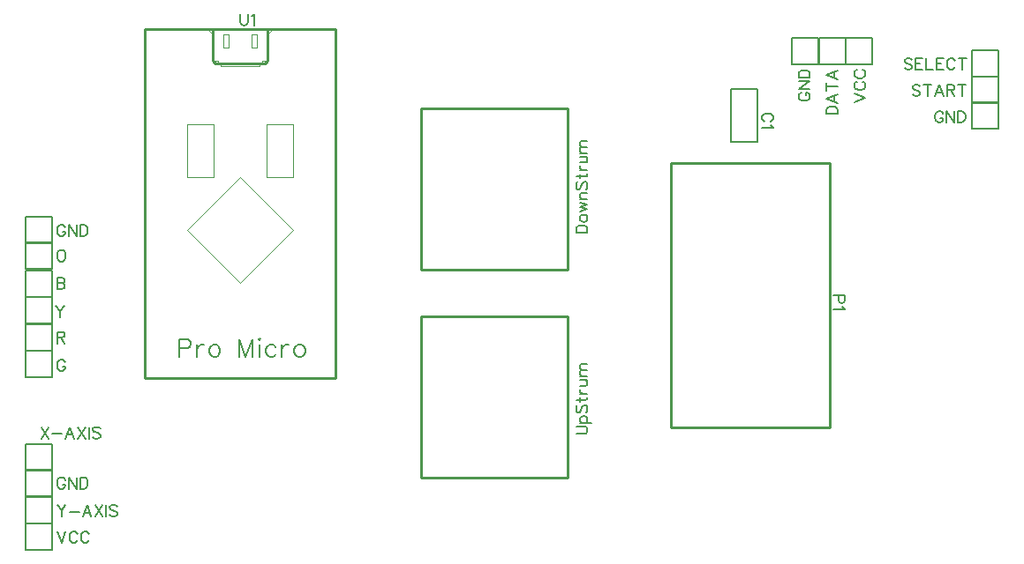
<source format=gto>
G04 Layer: TopSilkscreenLayer*
G04 EasyEDA v6.5.34, 2023-08-17 23:02:58*
G04 5a32774511aa48568c4b3b3a5df32718,8ef1d5b344d144c2b0b16805c6f0e890,10*
G04 Gerber Generator version 0.2*
G04 Scale: 100 percent, Rotated: No, Reflected: No *
G04 Dimensions in millimeters *
G04 leading zeros omitted , absolute positions ,4 integer and 5 decimal *
%FSLAX45Y45*%
%MOMM*%

%ADD10C,0.1520*%
%ADD11C,0.1524*%
%ADD12C,0.2032*%
%ADD13C,0.2007*%
%ADD14C,0.2030*%
%ADD15C,0.2540*%
%ADD16C,0.2540*%
%ADD17C,0.1016*%
%ADD18C,0.0109*%

%LPD*%
D10*
X5383784Y3175000D02*
G01*
X5492750Y3175000D01*
X5383784Y3175000D02*
G01*
X5383784Y3211321D01*
X5388863Y3227070D01*
X5399277Y3237229D01*
X5409691Y3242563D01*
X5425440Y3247644D01*
X5451347Y3247644D01*
X5466841Y3242563D01*
X5477256Y3237229D01*
X5487670Y3227070D01*
X5492750Y3211321D01*
X5492750Y3175000D01*
X5420106Y3308095D02*
G01*
X5425440Y3297681D01*
X5435600Y3287268D01*
X5451347Y3281934D01*
X5461761Y3281934D01*
X5477256Y3287268D01*
X5487670Y3297681D01*
X5492750Y3308095D01*
X5492750Y3323589D01*
X5487670Y3334004D01*
X5477256Y3344418D01*
X5461761Y3349497D01*
X5451347Y3349497D01*
X5435600Y3344418D01*
X5425440Y3334004D01*
X5420106Y3323589D01*
X5420106Y3308095D01*
X5420106Y3383787D02*
G01*
X5492750Y3404615D01*
X5420106Y3425444D02*
G01*
X5492750Y3404615D01*
X5420106Y3425444D02*
G01*
X5492750Y3446271D01*
X5420106Y3467100D02*
G01*
X5492750Y3446271D01*
X5420106Y3501389D02*
G01*
X5492750Y3501389D01*
X5440934Y3501389D02*
G01*
X5425440Y3516884D01*
X5420106Y3527297D01*
X5420106Y3542792D01*
X5425440Y3553205D01*
X5440934Y3558539D01*
X5492750Y3558539D01*
X5399277Y3665473D02*
G01*
X5388863Y3655060D01*
X5383784Y3639565D01*
X5383784Y3618737D01*
X5388863Y3602989D01*
X5399277Y3592829D01*
X5409691Y3592829D01*
X5420106Y3597910D01*
X5425440Y3602989D01*
X5430520Y3613404D01*
X5440934Y3644645D01*
X5446013Y3655060D01*
X5451347Y3660139D01*
X5461761Y3665473D01*
X5477256Y3665473D01*
X5487670Y3655060D01*
X5492750Y3639565D01*
X5492750Y3618737D01*
X5487670Y3602989D01*
X5477256Y3592829D01*
X5383784Y3715257D02*
G01*
X5472175Y3715257D01*
X5487670Y3720592D01*
X5492750Y3731005D01*
X5492750Y3741420D01*
X5420106Y3699763D02*
G01*
X5420106Y3736086D01*
X5420106Y3775710D02*
G01*
X5492750Y3775710D01*
X5451347Y3775710D02*
G01*
X5435600Y3780789D01*
X5425440Y3791204D01*
X5420106Y3801618D01*
X5420106Y3817112D01*
X5420106Y3851402D02*
G01*
X5472175Y3851402D01*
X5487670Y3856736D01*
X5492750Y3867150D01*
X5492750Y3882644D01*
X5487670Y3893057D01*
X5472175Y3908552D01*
X5420106Y3908552D02*
G01*
X5492750Y3908552D01*
X5420106Y3942842D02*
G01*
X5492750Y3942842D01*
X5440934Y3942842D02*
G01*
X5425440Y3958589D01*
X5420106Y3968750D01*
X5420106Y3984497D01*
X5425440Y3994912D01*
X5440934Y3999992D01*
X5492750Y3999992D01*
X5440934Y3999992D02*
G01*
X5425440Y4015739D01*
X5420106Y4025900D01*
X5420106Y4041647D01*
X5425440Y4052062D01*
X5440934Y4057142D01*
X5492750Y4057142D01*
X5383784Y1244600D02*
G01*
X5461761Y1244600D01*
X5477256Y1249679D01*
X5487670Y1260094D01*
X5492750Y1275842D01*
X5492750Y1286255D01*
X5487670Y1301750D01*
X5477256Y1312163D01*
X5461761Y1317244D01*
X5383784Y1317244D01*
X5420106Y1351534D02*
G01*
X5529325Y1351534D01*
X5435600Y1351534D02*
G01*
X5425440Y1361947D01*
X5420106Y1372362D01*
X5420106Y1388110D01*
X5425440Y1398270D01*
X5435600Y1408684D01*
X5451347Y1414018D01*
X5461761Y1414018D01*
X5477256Y1408684D01*
X5487670Y1398270D01*
X5492750Y1388110D01*
X5492750Y1372362D01*
X5487670Y1361947D01*
X5477256Y1351534D01*
X5399277Y1520952D02*
G01*
X5388863Y1510537D01*
X5383784Y1495044D01*
X5383784Y1474215D01*
X5388863Y1458721D01*
X5399277Y1448307D01*
X5409691Y1448307D01*
X5420106Y1453387D01*
X5425440Y1458721D01*
X5430520Y1469136D01*
X5440934Y1500123D01*
X5446013Y1510537D01*
X5451347Y1515871D01*
X5461761Y1520952D01*
X5477256Y1520952D01*
X5487670Y1510537D01*
X5492750Y1495044D01*
X5492750Y1474215D01*
X5487670Y1458721D01*
X5477256Y1448307D01*
X5383784Y1570989D02*
G01*
X5472175Y1570989D01*
X5487670Y1576070D01*
X5492750Y1586484D01*
X5492750Y1596897D01*
X5420106Y1555242D02*
G01*
X5420106Y1591563D01*
X5420106Y1631187D02*
G01*
X5492750Y1631187D01*
X5451347Y1631187D02*
G01*
X5435600Y1636268D01*
X5425440Y1646681D01*
X5420106Y1657095D01*
X5420106Y1672589D01*
X5420106Y1706879D02*
G01*
X5472175Y1706879D01*
X5487670Y1712213D01*
X5492750Y1722628D01*
X5492750Y1738121D01*
X5487670Y1748536D01*
X5472175Y1764029D01*
X5420106Y1764029D02*
G01*
X5492750Y1764029D01*
X5420106Y1798320D02*
G01*
X5492750Y1798320D01*
X5440934Y1798320D02*
G01*
X5425440Y1814068D01*
X5420106Y1824481D01*
X5420106Y1839976D01*
X5425440Y1850389D01*
X5440934Y1855470D01*
X5492750Y1855470D01*
X5440934Y1855470D02*
G01*
X5425440Y1871218D01*
X5420106Y1881631D01*
X5420106Y1897126D01*
X5425440Y1907539D01*
X5440934Y1912620D01*
X5492750Y1912620D01*
X7543291Y4522978D02*
G01*
X7532877Y4517644D01*
X7522463Y4507229D01*
X7517384Y4497070D01*
X7517384Y4476242D01*
X7522463Y4465828D01*
X7532877Y4455413D01*
X7543291Y4450079D01*
X7559040Y4445000D01*
X7584947Y4445000D01*
X7600441Y4450079D01*
X7610856Y4455413D01*
X7621270Y4465828D01*
X7626350Y4476242D01*
X7626350Y4497070D01*
X7621270Y4507229D01*
X7610856Y4517644D01*
X7600441Y4522978D01*
X7584947Y4522978D01*
X7584947Y4497070D02*
G01*
X7584947Y4522978D01*
X7517384Y4557268D02*
G01*
X7626350Y4557268D01*
X7517384Y4557268D02*
G01*
X7626350Y4629912D01*
X7517384Y4629912D02*
G01*
X7626350Y4629912D01*
X7517384Y4664202D02*
G01*
X7626350Y4664202D01*
X7517384Y4664202D02*
G01*
X7517384Y4700523D01*
X7522463Y4716271D01*
X7532877Y4726686D01*
X7543291Y4731765D01*
X7559040Y4737100D01*
X7584947Y4737100D01*
X7600441Y4731765D01*
X7610856Y4726686D01*
X7621270Y4716271D01*
X7626350Y4700523D01*
X7626350Y4664202D01*
X7784084Y4318000D02*
G01*
X7893050Y4318000D01*
X7784084Y4318000D02*
G01*
X7784084Y4354321D01*
X7789163Y4370070D01*
X7799577Y4380229D01*
X7809991Y4385563D01*
X7825740Y4390644D01*
X7851647Y4390644D01*
X7867141Y4385563D01*
X7877556Y4380229D01*
X7887970Y4370070D01*
X7893050Y4354321D01*
X7893050Y4318000D01*
X7784084Y4466589D02*
G01*
X7893050Y4424934D01*
X7784084Y4466589D02*
G01*
X7893050Y4508245D01*
X7856727Y4440681D02*
G01*
X7856727Y4492497D01*
X7784084Y4578857D02*
G01*
X7893050Y4578857D01*
X7784084Y4542536D02*
G01*
X7784084Y4615179D01*
X7784084Y4691126D02*
G01*
X7893050Y4649470D01*
X7784084Y4691126D02*
G01*
X7893050Y4732528D01*
X7856727Y4664963D02*
G01*
X7856727Y4717034D01*
X8607043Y4836921D02*
G01*
X8596629Y4847336D01*
X8581136Y4852415D01*
X8560308Y4852415D01*
X8544813Y4847336D01*
X8534400Y4836921D01*
X8534400Y4826507D01*
X8539479Y4816094D01*
X8544813Y4810760D01*
X8555227Y4805679D01*
X8586470Y4795265D01*
X8596629Y4790186D01*
X8601963Y4784852D01*
X8607043Y4774437D01*
X8607043Y4758944D01*
X8596629Y4748529D01*
X8581136Y4743450D01*
X8560308Y4743450D01*
X8544813Y4748529D01*
X8534400Y4758944D01*
X8641334Y4852415D02*
G01*
X8641334Y4743450D01*
X8641334Y4852415D02*
G01*
X8708897Y4852415D01*
X8641334Y4800600D02*
G01*
X8682990Y4800600D01*
X8641334Y4743450D02*
G01*
X8708897Y4743450D01*
X8743188Y4852415D02*
G01*
X8743188Y4743450D01*
X8743188Y4743450D02*
G01*
X8805672Y4743450D01*
X8839961Y4852415D02*
G01*
X8839961Y4743450D01*
X8839961Y4852415D02*
G01*
X8907525Y4852415D01*
X8839961Y4800600D02*
G01*
X8881363Y4800600D01*
X8839961Y4743450D02*
G01*
X8907525Y4743450D01*
X9019540Y4826507D02*
G01*
X9014459Y4836921D01*
X9004045Y4847336D01*
X8993631Y4852415D01*
X8972804Y4852415D01*
X8962390Y4847336D01*
X8952229Y4836921D01*
X8946895Y4826507D01*
X8941815Y4810760D01*
X8941815Y4784852D01*
X8946895Y4769357D01*
X8952229Y4758944D01*
X8962390Y4748529D01*
X8972804Y4743450D01*
X8993631Y4743450D01*
X9004045Y4748529D01*
X9014459Y4758944D01*
X9019540Y4769357D01*
X9090406Y4852415D02*
G01*
X9090406Y4743450D01*
X9053829Y4852415D02*
G01*
X9126727Y4852415D01*
X8683243Y4582921D02*
G01*
X8672829Y4593336D01*
X8657336Y4598415D01*
X8636508Y4598415D01*
X8621013Y4593336D01*
X8610600Y4582921D01*
X8610600Y4572507D01*
X8615679Y4562094D01*
X8621013Y4556760D01*
X8631427Y4551679D01*
X8662670Y4541265D01*
X8672829Y4536186D01*
X8678163Y4530852D01*
X8683243Y4520437D01*
X8683243Y4504944D01*
X8672829Y4494529D01*
X8657336Y4489450D01*
X8636508Y4489450D01*
X8621013Y4494529D01*
X8610600Y4504944D01*
X8754109Y4598415D02*
G01*
X8754109Y4489450D01*
X8717534Y4598415D02*
G01*
X8790431Y4598415D01*
X8866124Y4598415D02*
G01*
X8824722Y4489450D01*
X8866124Y4598415D02*
G01*
X8907779Y4489450D01*
X8840215Y4525771D02*
G01*
X8892286Y4525771D01*
X8942070Y4598415D02*
G01*
X8942070Y4489450D01*
X8942070Y4598415D02*
G01*
X8988806Y4598415D01*
X9004300Y4593336D01*
X9009634Y4588002D01*
X9014713Y4577587D01*
X9014713Y4567173D01*
X9009634Y4556760D01*
X9004300Y4551679D01*
X8988806Y4546600D01*
X8942070Y4546600D01*
X8978391Y4546600D02*
G01*
X9014713Y4489450D01*
X9085579Y4598415D02*
G01*
X9085579Y4489450D01*
X9049004Y4598415D02*
G01*
X9121902Y4598415D01*
X406400Y305815D02*
G01*
X448055Y196850D01*
X489457Y305815D02*
G01*
X448055Y196850D01*
X601726Y279907D02*
G01*
X596645Y290321D01*
X586231Y300736D01*
X575818Y305815D01*
X554989Y305815D01*
X544576Y300736D01*
X534162Y290321D01*
X529081Y279907D01*
X523747Y264160D01*
X523747Y238252D01*
X529081Y222757D01*
X534162Y212344D01*
X544576Y201929D01*
X554989Y196850D01*
X575818Y196850D01*
X586231Y201929D01*
X596645Y212344D01*
X601726Y222757D01*
X713994Y279907D02*
G01*
X708660Y290321D01*
X698500Y300736D01*
X688086Y305815D01*
X667257Y305815D01*
X656844Y300736D01*
X646429Y290321D01*
X641350Y279907D01*
X636015Y264160D01*
X636015Y238252D01*
X641350Y222757D01*
X646429Y212344D01*
X656844Y201929D01*
X667257Y196850D01*
X688086Y196850D01*
X698500Y201929D01*
X708660Y212344D01*
X713994Y222757D01*
X406400Y559815D02*
G01*
X448055Y508000D01*
X448055Y450850D01*
X489457Y559815D02*
G01*
X448055Y508000D01*
X523747Y497586D02*
G01*
X617220Y497586D01*
X693165Y559815D02*
G01*
X651510Y450850D01*
X693165Y559815D02*
G01*
X734821Y450850D01*
X667257Y487171D02*
G01*
X719073Y487171D01*
X769112Y559815D02*
G01*
X841755Y450850D01*
X841755Y559815D02*
G01*
X769112Y450850D01*
X876045Y559815D02*
G01*
X876045Y450850D01*
X982979Y544321D02*
G01*
X972820Y554736D01*
X957071Y559815D01*
X936244Y559815D01*
X920750Y554736D01*
X910336Y544321D01*
X910336Y533907D01*
X915670Y523494D01*
X920750Y518160D01*
X931163Y513079D01*
X962405Y502665D01*
X972820Y497586D01*
X977900Y492252D01*
X982979Y481837D01*
X982979Y466344D01*
X972820Y455929D01*
X957071Y450850D01*
X936244Y450850D01*
X920750Y455929D01*
X910336Y466344D01*
X254000Y1309115D02*
G01*
X326644Y1200150D01*
X326644Y1309115D02*
G01*
X254000Y1200150D01*
X360934Y1246886D02*
G01*
X454660Y1246886D01*
X530352Y1309115D02*
G01*
X488950Y1200150D01*
X530352Y1309115D02*
G01*
X572007Y1200150D01*
X504444Y1236471D02*
G01*
X556260Y1236471D01*
X606297Y1309115D02*
G01*
X678942Y1200150D01*
X678942Y1309115D02*
G01*
X606297Y1200150D01*
X713231Y1309115D02*
G01*
X713231Y1200150D01*
X820420Y1293621D02*
G01*
X810005Y1304036D01*
X794257Y1309115D01*
X773429Y1309115D01*
X757936Y1304036D01*
X747521Y1293621D01*
X747521Y1283207D01*
X752855Y1272794D01*
X757936Y1267460D01*
X768350Y1262379D01*
X799592Y1251965D01*
X810005Y1246886D01*
X815086Y1241552D01*
X820420Y1231137D01*
X820420Y1215644D01*
X810005Y1205229D01*
X794257Y1200150D01*
X773429Y1200150D01*
X757936Y1205229D01*
X747521Y1215644D01*
X484378Y1930907D02*
G01*
X479044Y1941321D01*
X468629Y1951736D01*
X458470Y1956815D01*
X437642Y1956815D01*
X427228Y1951736D01*
X416813Y1941321D01*
X411479Y1930907D01*
X406400Y1915160D01*
X406400Y1889252D01*
X411479Y1873757D01*
X416813Y1863344D01*
X427228Y1852929D01*
X437642Y1847850D01*
X458470Y1847850D01*
X468629Y1852929D01*
X479044Y1863344D01*
X484378Y1873757D01*
X484378Y1889252D01*
X458470Y1889252D02*
G01*
X484378Y1889252D01*
X406400Y2223515D02*
G01*
X406400Y2114550D01*
X406400Y2223515D02*
G01*
X453136Y2223515D01*
X468629Y2218436D01*
X473963Y2213102D01*
X479044Y2202687D01*
X479044Y2192273D01*
X473963Y2181860D01*
X468629Y2176779D01*
X453136Y2171700D01*
X406400Y2171700D01*
X442721Y2171700D02*
G01*
X479044Y2114550D01*
X393700Y2477515D02*
G01*
X435355Y2425700D01*
X435355Y2368550D01*
X476757Y2477515D02*
G01*
X435355Y2425700D01*
X406400Y2744215D02*
G01*
X406400Y2635250D01*
X406400Y2744215D02*
G01*
X453136Y2744215D01*
X468629Y2739136D01*
X473963Y2733802D01*
X479044Y2723387D01*
X479044Y2712973D01*
X473963Y2702560D01*
X468629Y2697479D01*
X453136Y2692400D01*
X406400Y2692400D02*
G01*
X453136Y2692400D01*
X468629Y2687065D01*
X473963Y2681986D01*
X479044Y2671571D01*
X479044Y2655823D01*
X473963Y2645410D01*
X468629Y2640329D01*
X453136Y2635250D01*
X406400Y2635250D01*
X437642Y3010915D02*
G01*
X427228Y3005836D01*
X416813Y2995421D01*
X411479Y2985007D01*
X406400Y2969260D01*
X406400Y2943352D01*
X411479Y2927857D01*
X416813Y2917444D01*
X427228Y2907029D01*
X437642Y2901950D01*
X458470Y2901950D01*
X468629Y2907029D01*
X479044Y2917444D01*
X484378Y2927857D01*
X489457Y2943352D01*
X489457Y2969260D01*
X484378Y2985007D01*
X479044Y2995421D01*
X468629Y3005836D01*
X458470Y3010915D01*
X437642Y3010915D01*
X484378Y3226307D02*
G01*
X479044Y3236721D01*
X468629Y3247136D01*
X458470Y3252215D01*
X437642Y3252215D01*
X427228Y3247136D01*
X416813Y3236721D01*
X411479Y3226307D01*
X406400Y3210560D01*
X406400Y3184652D01*
X411479Y3169157D01*
X416813Y3158744D01*
X427228Y3148329D01*
X437642Y3143250D01*
X458470Y3143250D01*
X468629Y3148329D01*
X479044Y3158744D01*
X484378Y3169157D01*
X484378Y3184652D01*
X458470Y3184652D02*
G01*
X484378Y3184652D01*
X518668Y3252215D02*
G01*
X518668Y3143250D01*
X518668Y3252215D02*
G01*
X591312Y3143250D01*
X591312Y3252215D02*
G01*
X591312Y3143250D01*
X625602Y3252215D02*
G01*
X625602Y3143250D01*
X625602Y3252215D02*
G01*
X661923Y3252215D01*
X677671Y3247136D01*
X688086Y3236721D01*
X693165Y3226307D01*
X698500Y3210560D01*
X698500Y3184652D01*
X693165Y3169157D01*
X688086Y3158744D01*
X677671Y3148329D01*
X661923Y3143250D01*
X625602Y3143250D01*
X8904477Y4318507D02*
G01*
X8899143Y4328921D01*
X8888729Y4339336D01*
X8878570Y4344415D01*
X8857741Y4344415D01*
X8847327Y4339336D01*
X8836913Y4328921D01*
X8831579Y4318507D01*
X8826500Y4302760D01*
X8826500Y4276852D01*
X8831579Y4261357D01*
X8836913Y4250944D01*
X8847327Y4240529D01*
X8857741Y4235450D01*
X8878570Y4235450D01*
X8888729Y4240529D01*
X8899143Y4250944D01*
X8904477Y4261357D01*
X8904477Y4276852D01*
X8878570Y4276852D02*
G01*
X8904477Y4276852D01*
X8938768Y4344415D02*
G01*
X8938768Y4235450D01*
X8938768Y4344415D02*
G01*
X9011411Y4235450D01*
X9011411Y4344415D02*
G01*
X9011411Y4235450D01*
X9045702Y4344415D02*
G01*
X9045702Y4235450D01*
X9045702Y4344415D02*
G01*
X9082024Y4344415D01*
X9097772Y4339336D01*
X9108186Y4328921D01*
X9113265Y4318507D01*
X9118600Y4302760D01*
X9118600Y4276852D01*
X9113265Y4261357D01*
X9108186Y4250944D01*
X9097772Y4240529D01*
X9082024Y4235450D01*
X9045702Y4235450D01*
X8050784Y4432300D02*
G01*
X8159750Y4473955D01*
X8050784Y4515357D02*
G01*
X8159750Y4473955D01*
X8076691Y4627626D02*
G01*
X8066277Y4622545D01*
X8055863Y4612131D01*
X8050784Y4601718D01*
X8050784Y4580889D01*
X8055863Y4570476D01*
X8066277Y4560062D01*
X8076691Y4554981D01*
X8092440Y4549647D01*
X8118347Y4549647D01*
X8133841Y4554981D01*
X8144256Y4560062D01*
X8154670Y4570476D01*
X8159750Y4580889D01*
X8159750Y4601718D01*
X8154670Y4612131D01*
X8144256Y4622545D01*
X8133841Y4627626D01*
X8076691Y4739894D02*
G01*
X8066277Y4734560D01*
X8055863Y4724400D01*
X8050784Y4713986D01*
X8050784Y4693157D01*
X8055863Y4682744D01*
X8066277Y4672329D01*
X8076691Y4667250D01*
X8092440Y4661915D01*
X8118347Y4661915D01*
X8133841Y4667250D01*
X8144256Y4672329D01*
X8154670Y4682744D01*
X8159750Y4693157D01*
X8159750Y4713986D01*
X8154670Y4724400D01*
X8144256Y4734560D01*
X8133841Y4739894D01*
X484378Y800607D02*
G01*
X479044Y811021D01*
X468629Y821436D01*
X458470Y826515D01*
X437642Y826515D01*
X427228Y821436D01*
X416813Y811021D01*
X411479Y800607D01*
X406400Y784860D01*
X406400Y758952D01*
X411479Y743457D01*
X416813Y733044D01*
X427228Y722629D01*
X437642Y717550D01*
X458470Y717550D01*
X468629Y722629D01*
X479044Y733044D01*
X484378Y743457D01*
X484378Y758952D01*
X458470Y758952D02*
G01*
X484378Y758952D01*
X518668Y826515D02*
G01*
X518668Y717550D01*
X518668Y826515D02*
G01*
X591312Y717550D01*
X591312Y826515D02*
G01*
X591312Y717550D01*
X625602Y826515D02*
G01*
X625602Y717550D01*
X625602Y826515D02*
G01*
X661923Y826515D01*
X677671Y821436D01*
X688086Y811021D01*
X693165Y800607D01*
X698500Y784860D01*
X698500Y758952D01*
X693165Y743457D01*
X688086Y733044D01*
X677671Y722629D01*
X661923Y717550D01*
X625602Y717550D01*
D11*
X7249393Y4244898D02*
G01*
X7259807Y4250232D01*
X7270221Y4260392D01*
X7275301Y4270806D01*
X7275301Y4291634D01*
X7270221Y4302048D01*
X7259807Y4312462D01*
X7249393Y4317542D01*
X7233899Y4322876D01*
X7207737Y4322876D01*
X7192243Y4317542D01*
X7181829Y4312462D01*
X7171415Y4302048D01*
X7166335Y4291634D01*
X7166335Y4270806D01*
X7171415Y4260392D01*
X7181829Y4250232D01*
X7192243Y4244898D01*
X7254473Y4210608D02*
G01*
X7259807Y4200194D01*
X7275301Y4184700D01*
X7166335Y4184700D01*
X7960116Y2574599D02*
G01*
X7851150Y2574599D01*
X7960116Y2574599D02*
G01*
X7960116Y2527863D01*
X7955036Y2512369D01*
X7949702Y2507035D01*
X7939288Y2501955D01*
X7923794Y2501955D01*
X7913380Y2507035D01*
X7908300Y2512369D01*
X7902966Y2527863D01*
X7902966Y2574599D01*
X7939288Y2467665D02*
G01*
X7944622Y2457251D01*
X7960116Y2441503D01*
X7851150Y2441503D01*
X2161999Y5277116D02*
G01*
X2161999Y5199138D01*
X2167079Y5183644D01*
X2177493Y5173230D01*
X2193241Y5168150D01*
X2203655Y5168150D01*
X2219149Y5173230D01*
X2229563Y5183644D01*
X2234643Y5199138D01*
X2234643Y5277116D01*
X2268933Y5256288D02*
G01*
X2279347Y5261622D01*
X2295095Y5277116D01*
X2295095Y5168150D01*
D12*
X1576783Y2155964D02*
G01*
X1576783Y1984260D01*
X1576783Y2155964D02*
G01*
X1650443Y2155964D01*
X1675081Y2147836D01*
X1683209Y2139708D01*
X1691337Y2123198D01*
X1691337Y2098814D01*
X1683209Y2082304D01*
X1675081Y2074176D01*
X1650443Y2066048D01*
X1576783Y2066048D01*
X1745439Y2098814D02*
G01*
X1745439Y1984260D01*
X1745439Y2049538D02*
G01*
X1753567Y2074176D01*
X1769823Y2090432D01*
X1786333Y2098814D01*
X1810717Y2098814D01*
X1905713Y2098814D02*
G01*
X1889203Y2090432D01*
X1872947Y2074176D01*
X1864819Y2049538D01*
X1864819Y2033282D01*
X1872947Y2008644D01*
X1889203Y1992388D01*
X1905713Y1984260D01*
X1930351Y1984260D01*
X1946607Y1992388D01*
X1962863Y2008644D01*
X1971245Y2033282D01*
X1971245Y2049538D01*
X1962863Y2074176D01*
X1946607Y2090432D01*
X1930351Y2098814D01*
X1905713Y2098814D01*
X2151077Y2155964D02*
G01*
X2151077Y1984260D01*
X2151077Y2155964D02*
G01*
X2216609Y1984260D01*
X2282141Y2155964D02*
G01*
X2216609Y1984260D01*
X2282141Y2155964D02*
G01*
X2282141Y1984260D01*
X2335989Y2155964D02*
G01*
X2344117Y2147836D01*
X2352499Y2155964D01*
X2344117Y2164092D01*
X2335989Y2155964D01*
X2344117Y2098814D02*
G01*
X2344117Y1984260D01*
X2504645Y2074176D02*
G01*
X2488135Y2090432D01*
X2471879Y2098814D01*
X2447241Y2098814D01*
X2430985Y2090432D01*
X2414475Y2074176D01*
X2406347Y2049538D01*
X2406347Y2033282D01*
X2414475Y2008644D01*
X2430985Y1992388D01*
X2447241Y1984260D01*
X2471879Y1984260D01*
X2488135Y1992388D01*
X2504645Y2008644D01*
X2558493Y2098814D02*
G01*
X2558493Y1984260D01*
X2558493Y2049538D02*
G01*
X2566875Y2074176D01*
X2583131Y2090432D01*
X2599387Y2098814D01*
X2624025Y2098814D01*
X2719021Y2098814D02*
G01*
X2702511Y2090432D01*
X2686255Y2074176D01*
X2678127Y2049538D01*
X2678127Y2033282D01*
X2686255Y2008644D01*
X2702511Y1992388D01*
X2719021Y1984260D01*
X2743405Y1984260D01*
X2759915Y1992388D01*
X2776171Y2008644D01*
X2784299Y2033282D01*
X2784299Y2049538D01*
X2776171Y2074176D01*
X2759915Y2090432D01*
X2743405Y2098814D01*
X2719021Y2098814D01*
D13*
X7126747Y4046255D02*
G01*
X7126747Y4554255D01*
X6872747Y4554255D01*
X6872747Y4046255D01*
X7126747Y4046255D01*
D12*
X357123Y2042921D02*
G01*
X103123Y2042921D01*
X103123Y2296921D01*
X357123Y2296921D01*
X357123Y2106421D01*
D14*
X357123Y2042921D02*
G01*
X357123Y2106421D01*
D12*
X357123Y2563113D02*
G01*
X103123Y2563113D01*
X103123Y2817113D01*
X357123Y2817113D01*
X357123Y2626613D01*
D14*
X357123Y2563113D02*
G01*
X357123Y2626613D01*
D12*
X357123Y1792986D02*
G01*
X103123Y1792986D01*
X103123Y2046986D01*
X357123Y2046986D01*
X357123Y1856486D01*
D14*
X357123Y1792986D02*
G01*
X357123Y1856486D01*
D12*
X357123Y2303018D02*
G01*
X103123Y2303018D01*
X103123Y2557018D01*
X357123Y2557018D01*
X357123Y2366518D01*
D14*
X357123Y2303018D02*
G01*
X357123Y2366518D01*
D12*
X357123Y2832862D02*
G01*
X103123Y2832862D01*
X103123Y3086862D01*
X357123Y3086862D01*
X357123Y2896362D01*
D14*
X357123Y2832862D02*
G01*
X357123Y2896362D01*
D12*
X357123Y3072892D02*
G01*
X103123Y3072892D01*
X103123Y3326892D01*
X357123Y3326892D01*
X357123Y3136392D01*
D14*
X357123Y3072892D02*
G01*
X357123Y3136392D01*
D12*
X357123Y893063D02*
G01*
X103123Y893063D01*
X103123Y1147063D01*
X357123Y1147063D01*
X357123Y956563D01*
D14*
X357123Y893063D02*
G01*
X357123Y956563D01*
D12*
X357123Y383031D02*
G01*
X103123Y383031D01*
X103123Y637031D01*
X357123Y637031D01*
X357123Y446531D01*
D14*
X357123Y383031D02*
G01*
X357123Y446531D01*
D12*
X357123Y133095D02*
G01*
X103123Y133095D01*
X103123Y387095D01*
X357123Y387095D01*
X357123Y196595D01*
D14*
X357123Y133095D02*
G01*
X357123Y196595D01*
D15*
X6295400Y1304599D02*
G01*
X7819400Y1304599D01*
X7819400Y3844599D01*
X6295400Y3844599D01*
X6295400Y1304599D01*
D12*
X9436988Y4172991D02*
G01*
X9182988Y4172991D01*
X9182988Y4426991D01*
X9436988Y4426991D01*
X9436988Y4236491D01*
D14*
X9436988Y4172991D02*
G01*
X9436988Y4236491D01*
D12*
X7966989Y4793005D02*
G01*
X7712989Y4793005D01*
X7712989Y5047005D01*
X7966989Y5047005D01*
X7966989Y4856505D01*
D14*
X7966989Y4793005D02*
G01*
X7966989Y4856505D01*
D12*
X8227009Y4793005D02*
G01*
X7973009Y4793005D01*
X7973009Y5047005D01*
X8227009Y5047005D01*
X8227009Y4856505D01*
D14*
X8227009Y4793005D02*
G01*
X8227009Y4856505D01*
D12*
X7706995Y4793005D02*
G01*
X7452995Y4793005D01*
X7452995Y5047005D01*
X7706995Y5047005D01*
X7706995Y4856505D01*
D14*
X7706995Y4793005D02*
G01*
X7706995Y4856505D01*
D12*
X9436988Y4423003D02*
G01*
X9182988Y4423003D01*
X9182988Y4677003D01*
X9436988Y4677003D01*
X9436988Y4486503D01*
D14*
X9436988Y4423003D02*
G01*
X9436988Y4486503D01*
D12*
X9436988Y4672990D02*
G01*
X9182988Y4672990D01*
X9182988Y4926990D01*
X9436988Y4926990D01*
X9436988Y4736490D01*
D14*
X9436988Y4672990D02*
G01*
X9436988Y4736490D01*
D16*
X1250012Y1779993D02*
G01*
X1250012Y5129999D01*
X3075002Y5129999D01*
X3075002Y3405009D01*
X3075002Y3279990D01*
X3075002Y2305011D01*
X3075002Y2179993D01*
X3075002Y1954999D01*
X3075002Y1779993D01*
X1250012Y1779993D01*
X1899998Y5129999D02*
G01*
X1899998Y4830000D01*
X1924992Y4805006D01*
X2399997Y4805006D01*
X2424991Y4830000D01*
X2424991Y5129999D01*
D17*
X1999998Y5079987D02*
G01*
X1999998Y4954993D01*
X2050011Y4954993D01*
X2050011Y5079987D01*
X1999998Y5079987D01*
X2324991Y5079987D02*
G01*
X2324991Y4954993D01*
X2275004Y4954993D01*
X2275004Y5079987D01*
X2324991Y5079987D01*
X1924992Y4805006D02*
G01*
X1924992Y4830000D01*
X1950011Y4830000D01*
X1950011Y4805006D01*
X2399997Y4805006D02*
G01*
X2399997Y4830000D01*
X2375004Y4830000D01*
X2375004Y4805006D01*
X2424991Y5079987D02*
G01*
X2475003Y5129999D01*
X1899998Y5079987D02*
G01*
X1850011Y5129999D01*
X1975004Y4805006D02*
G01*
X1975004Y4779987D01*
X2350010Y4779987D01*
X2350010Y4805006D01*
X2161999Y3714000D02*
G01*
X1653999Y3206000D01*
X2161999Y2698000D01*
X2669999Y3206000D01*
X2161999Y3714000D01*
X1653999Y3714000D02*
G01*
X1907999Y3714000D01*
X1907999Y4222000D01*
X1653999Y4222000D01*
X1653999Y3714000D01*
X2415999Y4222000D02*
G01*
X2415999Y3714000D01*
X2669999Y3714000D01*
X2669999Y4222000D01*
X2415999Y4222000D01*
D12*
X356996Y643001D02*
G01*
X102996Y643001D01*
X102996Y897001D01*
X356996Y897001D01*
X356996Y706501D01*
D14*
X356996Y643001D02*
G01*
X356996Y706501D01*
D16*
X5301038Y825299D02*
G01*
X3898958Y825299D01*
X3898958Y2374699D01*
X5301038Y2374699D01*
X5301038Y830379D01*
X5301040Y2825297D02*
G01*
X3898960Y2825297D01*
X3898960Y4374697D01*
X5301040Y4374697D01*
X5301040Y2830377D01*
M02*

</source>
